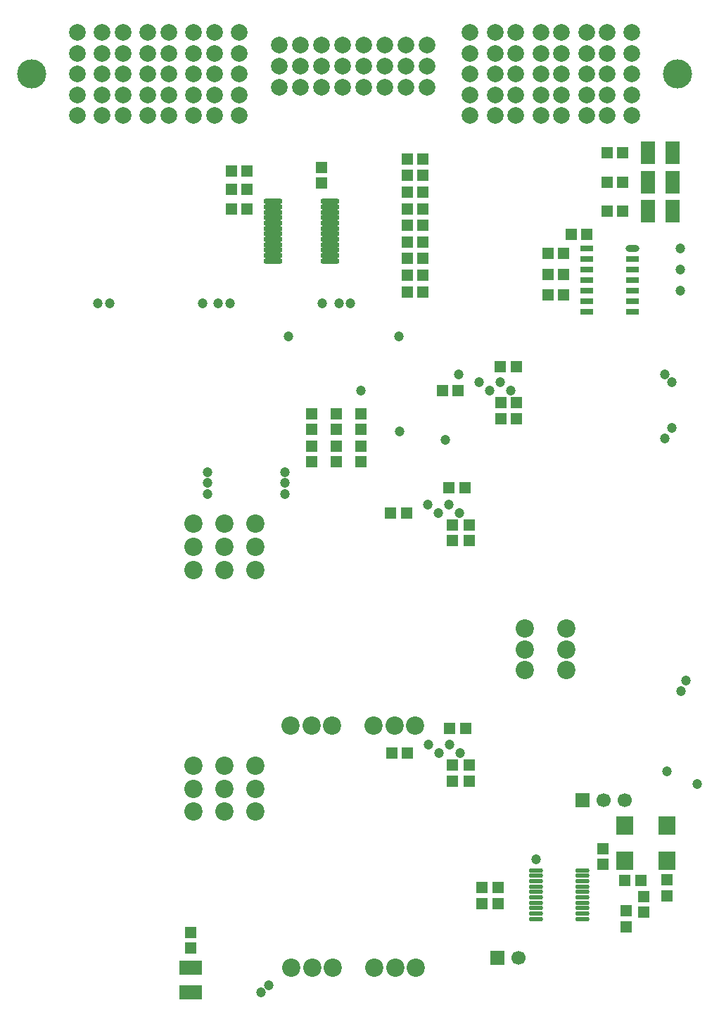
<source format=gbs>
G04 Layer_Color=16711935*
%FSLAX44Y44*%
%MOMM*%
G71*
G01*
G75*
%ADD70R,1.3400X1.4000*%
%ADD78R,1.4000X1.3400*%
%ADD87C,2.0000*%
%ADD88C,3.5000*%
%ADD89R,1.7000X1.7000*%
%ADD90C,1.7000*%
%ADD91C,2.2000*%
%ADD92C,1.2000*%
%ADD93O,1.6500X0.8000*%
%ADD94R,1.6500X0.8000*%
%ADD95R,2.0000X2.2000*%
%ADD96O,2.3000X0.6500*%
%ADD97R,2.8000X1.7000*%
%ADD98O,1.7000X0.5500*%
%ADD99R,1.7000X2.8000*%
D70*
X806000Y112500D02*
D03*
Y131500D02*
D03*
X611000Y123250D02*
D03*
Y142250D02*
D03*
X631000Y142250D02*
D03*
Y123250D02*
D03*
X634000Y706500D02*
D03*
Y725500D02*
D03*
X653000Y725500D02*
D03*
Y706500D02*
D03*
X576000Y559500D02*
D03*
Y578500D02*
D03*
X596000Y578500D02*
D03*
Y559500D02*
D03*
X576000Y270500D02*
D03*
Y289500D02*
D03*
X596000Y289500D02*
D03*
Y270500D02*
D03*
X466000Y712500D02*
D03*
Y693500D02*
D03*
X418000Y1008500D02*
D03*
Y989500D02*
D03*
X261000Y88500D02*
D03*
Y69500D02*
D03*
X406000Y712500D02*
D03*
Y693500D02*
D03*
Y673500D02*
D03*
Y654500D02*
D03*
X436000Y712500D02*
D03*
Y693500D02*
D03*
Y673500D02*
D03*
Y654500D02*
D03*
X466000Y673500D02*
D03*
Y654500D02*
D03*
X834000Y151500D02*
D03*
Y132500D02*
D03*
X785000Y114250D02*
D03*
Y95250D02*
D03*
X757000Y189250D02*
D03*
Y170250D02*
D03*
D78*
X737500Y928000D02*
D03*
X718500D02*
D03*
X709500Y855000D02*
D03*
X690500D02*
D03*
X709500Y880000D02*
D03*
X690500D02*
D03*
X709500Y905000D02*
D03*
X572500Y334000D02*
D03*
X591500D02*
D03*
X633500Y769000D02*
D03*
X652500D02*
D03*
X520500Y593000D02*
D03*
X501500D02*
D03*
X571500Y623000D02*
D03*
X590500D02*
D03*
X521500Y304000D02*
D03*
X502500D02*
D03*
X328500Y1004000D02*
D03*
X309500D02*
D03*
X328500Y982000D02*
D03*
X309500D02*
D03*
X328500Y959000D02*
D03*
X309500D02*
D03*
X540500Y1019000D02*
D03*
X521500D02*
D03*
X540500Y999000D02*
D03*
X521500D02*
D03*
X540500Y979000D02*
D03*
X521500D02*
D03*
X540500Y959000D02*
D03*
X521500D02*
D03*
X540500Y939000D02*
D03*
X521500D02*
D03*
X540500Y919000D02*
D03*
X521500D02*
D03*
X540500Y899000D02*
D03*
X521500D02*
D03*
X540500Y879000D02*
D03*
X521500D02*
D03*
X540500Y859000D02*
D03*
X521500D02*
D03*
X582500Y740000D02*
D03*
X563500D02*
D03*
X802500Y151000D02*
D03*
X783500D02*
D03*
X690500Y905000D02*
D03*
X761500Y991000D02*
D03*
X780500D02*
D03*
X761500Y1026000D02*
D03*
X780500D02*
D03*
X761500Y956000D02*
D03*
X780500D02*
D03*
D87*
X545250Y1105200D02*
D03*
X494450D02*
D03*
X519850D02*
D03*
X418250Y1105400D02*
D03*
X367450D02*
D03*
X443650D02*
D03*
X469050D02*
D03*
X545250Y1130600D02*
D03*
X519850D02*
D03*
X469050D02*
D03*
X494450D02*
D03*
X392850Y1130800D02*
D03*
X367450D02*
D03*
X418250D02*
D03*
X443650D02*
D03*
Y1156200D02*
D03*
X418250D02*
D03*
X367450D02*
D03*
X392850D02*
D03*
X494450Y1156000D02*
D03*
X469050D02*
D03*
X519850D02*
D03*
X124350Y1071000D02*
D03*
Y1096000D02*
D03*
Y1121000D02*
D03*
Y1146000D02*
D03*
Y1171000D02*
D03*
X154350Y1071000D02*
D03*
Y1096000D02*
D03*
Y1171000D02*
D03*
Y1146000D02*
D03*
Y1121000D02*
D03*
X179350Y1071000D02*
D03*
Y1096000D02*
D03*
Y1121000D02*
D03*
Y1146000D02*
D03*
Y1171000D02*
D03*
X209350Y1071000D02*
D03*
Y1096000D02*
D03*
Y1171000D02*
D03*
Y1146000D02*
D03*
Y1121000D02*
D03*
X234350Y1071000D02*
D03*
Y1096000D02*
D03*
Y1121000D02*
D03*
Y1146000D02*
D03*
Y1171000D02*
D03*
X264350Y1071000D02*
D03*
Y1096000D02*
D03*
Y1171000D02*
D03*
Y1146000D02*
D03*
Y1121000D02*
D03*
X319350D02*
D03*
Y1146000D02*
D03*
Y1171000D02*
D03*
Y1096000D02*
D03*
Y1071000D02*
D03*
X289350Y1171000D02*
D03*
Y1146000D02*
D03*
Y1121000D02*
D03*
Y1096000D02*
D03*
Y1071000D02*
D03*
X761950D02*
D03*
Y1096000D02*
D03*
Y1121000D02*
D03*
Y1146000D02*
D03*
Y1171000D02*
D03*
X791950Y1071000D02*
D03*
Y1096000D02*
D03*
Y1171000D02*
D03*
Y1146000D02*
D03*
Y1121000D02*
D03*
X736950D02*
D03*
Y1146000D02*
D03*
Y1171000D02*
D03*
Y1096000D02*
D03*
Y1071000D02*
D03*
X706950Y1171000D02*
D03*
Y1146000D02*
D03*
Y1121000D02*
D03*
Y1096000D02*
D03*
Y1071000D02*
D03*
X681950Y1121000D02*
D03*
Y1146000D02*
D03*
Y1171000D02*
D03*
Y1096000D02*
D03*
Y1071000D02*
D03*
X651950Y1171000D02*
D03*
Y1146000D02*
D03*
Y1121000D02*
D03*
Y1096000D02*
D03*
Y1071000D02*
D03*
X626950Y1121000D02*
D03*
Y1146000D02*
D03*
Y1171000D02*
D03*
Y1096000D02*
D03*
Y1071000D02*
D03*
X596950Y1171000D02*
D03*
Y1146000D02*
D03*
Y1121000D02*
D03*
Y1096000D02*
D03*
Y1071000D02*
D03*
X545250Y1156000D02*
D03*
X392850Y1105400D02*
D03*
D88*
X846950Y1121000D02*
D03*
X69350D02*
D03*
D89*
X630000Y58000D02*
D03*
X732000Y247750D02*
D03*
D90*
X655400Y58000D02*
D03*
X757400Y247750D02*
D03*
X782800D02*
D03*
D91*
X407000Y46000D02*
D03*
X339000Y261250D02*
D03*
X301000D02*
D03*
X264000D02*
D03*
X339000Y233500D02*
D03*
X301500D02*
D03*
X264000D02*
D03*
Y289000D02*
D03*
X301500D02*
D03*
X339000D02*
D03*
X713000Y404000D02*
D03*
X339000Y580000D02*
D03*
X301500D02*
D03*
X382000Y46000D02*
D03*
X531000Y337000D02*
D03*
X532000Y46000D02*
D03*
X507000D02*
D03*
X482000D02*
D03*
X432000D02*
D03*
X381000Y337000D02*
D03*
X264000Y580000D02*
D03*
Y524500D02*
D03*
X301500D02*
D03*
X339000D02*
D03*
X264000Y552250D02*
D03*
X301000D02*
D03*
X339000D02*
D03*
X506000Y337000D02*
D03*
X481000D02*
D03*
X406000D02*
D03*
X663000Y454000D02*
D03*
Y429000D02*
D03*
Y404000D02*
D03*
X713000Y454000D02*
D03*
Y429000D02*
D03*
X431000Y337000D02*
D03*
D92*
X850000Y860000D02*
D03*
X857000Y391000D02*
D03*
X851000Y379000D02*
D03*
X850000Y886000D02*
D03*
Y911000D02*
D03*
X833500Y282500D02*
D03*
X571000Y603000D02*
D03*
X546000D02*
D03*
X558667Y593000D02*
D03*
X870000Y267000D02*
D03*
X583000Y760000D02*
D03*
X439000Y845000D02*
D03*
X453000D02*
D03*
X294000D02*
D03*
X308000D02*
D03*
X163000D02*
D03*
X149000D02*
D03*
X275000D02*
D03*
X419000D02*
D03*
X466000Y740000D02*
D03*
X584000Y593000D02*
D03*
X378000Y805000D02*
D03*
X511000D02*
D03*
X567000Y681000D02*
D03*
X512000Y691000D02*
D03*
X281000Y642000D02*
D03*
X374000D02*
D03*
Y616000D02*
D03*
X281000D02*
D03*
X281000Y629000D02*
D03*
X374000Y629000D02*
D03*
X676000Y176000D02*
D03*
X585000Y304000D02*
D03*
X559667D02*
D03*
X572000Y314000D02*
D03*
X547000D02*
D03*
X646000Y740000D02*
D03*
X608000Y750000D02*
D03*
X633000D02*
D03*
X620667Y740000D02*
D03*
X355000Y25000D02*
D03*
X345000Y16000D02*
D03*
X840000Y695000D02*
D03*
Y750000D02*
D03*
X831000Y760000D02*
D03*
Y683000D02*
D03*
D93*
X792250Y911100D02*
D03*
D94*
Y898400D02*
D03*
Y885700D02*
D03*
Y873000D02*
D03*
Y860300D02*
D03*
Y847600D02*
D03*
Y834900D02*
D03*
X737750Y911100D02*
D03*
Y898400D02*
D03*
Y885700D02*
D03*
Y873000D02*
D03*
Y860300D02*
D03*
Y847600D02*
D03*
Y834900D02*
D03*
D95*
X834000Y217000D02*
D03*
Y175000D02*
D03*
X783200Y217000D02*
D03*
Y175000D02*
D03*
D96*
X359500Y896250D02*
D03*
Y902750D02*
D03*
Y909250D02*
D03*
Y915750D02*
D03*
Y922250D02*
D03*
Y928750D02*
D03*
Y935250D02*
D03*
Y941750D02*
D03*
Y948250D02*
D03*
Y954750D02*
D03*
Y961250D02*
D03*
Y967750D02*
D03*
X428500Y896250D02*
D03*
Y902750D02*
D03*
Y909250D02*
D03*
Y915750D02*
D03*
Y922250D02*
D03*
Y928750D02*
D03*
Y935250D02*
D03*
Y941750D02*
D03*
Y948250D02*
D03*
Y954750D02*
D03*
Y961250D02*
D03*
Y967750D02*
D03*
D97*
X261000Y16000D02*
D03*
Y46000D02*
D03*
D98*
X676000Y104500D02*
D03*
Y111000D02*
D03*
Y117500D02*
D03*
Y124000D02*
D03*
Y130500D02*
D03*
Y137000D02*
D03*
Y143500D02*
D03*
Y150000D02*
D03*
Y156500D02*
D03*
Y163000D02*
D03*
X732000Y104500D02*
D03*
Y111000D02*
D03*
Y117500D02*
D03*
Y124000D02*
D03*
Y130500D02*
D03*
Y137000D02*
D03*
Y143500D02*
D03*
Y150000D02*
D03*
Y156500D02*
D03*
Y163000D02*
D03*
D99*
X841000Y991000D02*
D03*
X811000D02*
D03*
X841000Y956000D02*
D03*
X811000D02*
D03*
X841000Y1026000D02*
D03*
X811000D02*
D03*
M02*

</source>
